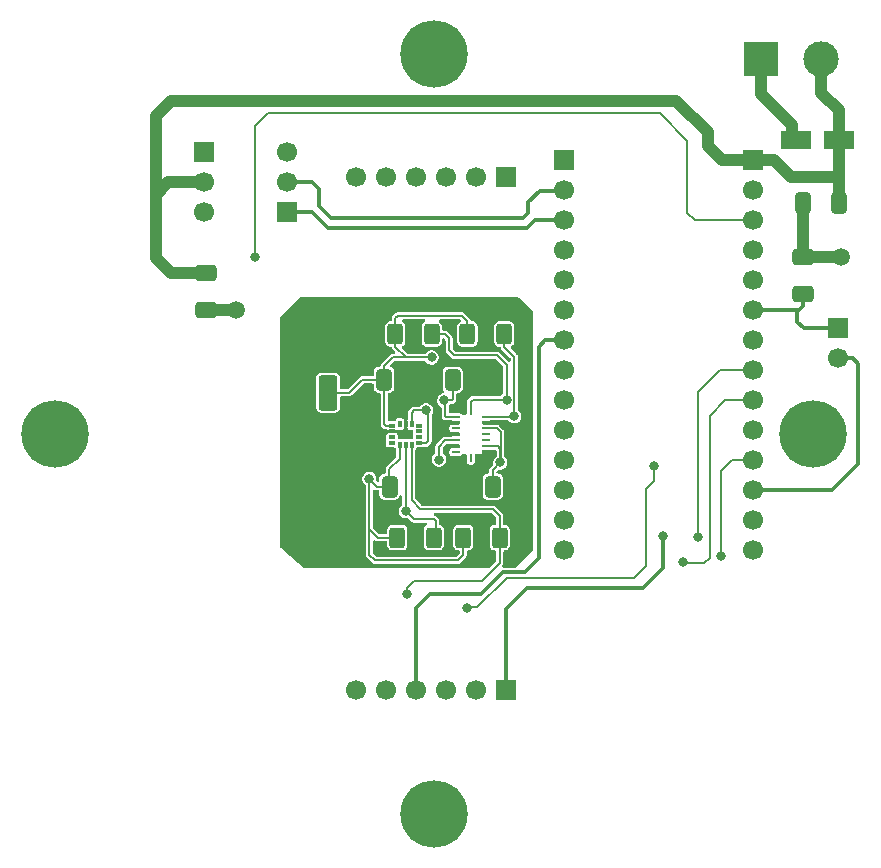
<source format=gbr>
%TF.GenerationSoftware,KiCad,Pcbnew,9.0.6*%
%TF.CreationDate,2026-01-19T06:48:40-03:00*%
%TF.ProjectId,control_dron_v5,636f6e74-726f-46c5-9f64-726f6e5f7635,rev?*%
%TF.SameCoordinates,Original*%
%TF.FileFunction,Copper,L1,Top*%
%TF.FilePolarity,Positive*%
%FSLAX46Y46*%
G04 Gerber Fmt 4.6, Leading zero omitted, Abs format (unit mm)*
G04 Created by KiCad (PCBNEW 9.0.6) date 2026-01-19 06:48:40*
%MOMM*%
%LPD*%
G01*
G04 APERTURE LIST*
G04 Aperture macros list*
%AMRoundRect*
0 Rectangle with rounded corners*
0 $1 Rounding radius*
0 $2 $3 $4 $5 $6 $7 $8 $9 X,Y pos of 4 corners*
0 Add a 4 corners polygon primitive as box body*
4,1,4,$2,$3,$4,$5,$6,$7,$8,$9,$2,$3,0*
0 Add four circle primitives for the rounded corners*
1,1,$1+$1,$2,$3*
1,1,$1+$1,$4,$5*
1,1,$1+$1,$6,$7*
1,1,$1+$1,$8,$9*
0 Add four rect primitives between the rounded corners*
20,1,$1+$1,$2,$3,$4,$5,0*
20,1,$1+$1,$4,$5,$6,$7,0*
20,1,$1+$1,$6,$7,$8,$9,0*
20,1,$1+$1,$8,$9,$2,$3,0*%
G04 Aperture macros list end*
%TA.AperFunction,SMDPad,CuDef*%
%ADD10RoundRect,0.250000X0.650000X-0.412500X0.650000X0.412500X-0.650000X0.412500X-0.650000X-0.412500X0*%
%TD*%
%TA.AperFunction,SMDPad,CuDef*%
%ADD11R,0.600000X0.300000*%
%TD*%
%TA.AperFunction,SMDPad,CuDef*%
%ADD12R,0.300000X0.600000*%
%TD*%
%TA.AperFunction,ComponentPad*%
%ADD13R,3.000000X3.000000*%
%TD*%
%TA.AperFunction,ComponentPad*%
%ADD14C,3.000000*%
%TD*%
%TA.AperFunction,SMDPad,CuDef*%
%ADD15RoundRect,0.250000X0.412500X0.650000X-0.412500X0.650000X-0.412500X-0.650000X0.412500X-0.650000X0*%
%TD*%
%TA.AperFunction,SMDPad,CuDef*%
%ADD16RoundRect,0.062500X0.275000X-0.062500X0.275000X0.062500X-0.275000X0.062500X-0.275000X-0.062500X0*%
%TD*%
%TA.AperFunction,SMDPad,CuDef*%
%ADD17RoundRect,0.062500X0.062500X-0.275000X0.062500X0.275000X-0.062500X0.275000X-0.062500X-0.275000X0*%
%TD*%
%TA.AperFunction,ComponentPad*%
%ADD18R,1.700000X1.700000*%
%TD*%
%TA.AperFunction,ComponentPad*%
%ADD19C,1.700000*%
%TD*%
%TA.AperFunction,SMDPad,CuDef*%
%ADD20RoundRect,0.250000X-0.400000X-0.625000X0.400000X-0.625000X0.400000X0.625000X-0.400000X0.625000X0*%
%TD*%
%TA.AperFunction,SMDPad,CuDef*%
%ADD21RoundRect,0.250000X-0.550000X1.250000X-0.550000X-1.250000X0.550000X-1.250000X0.550000X1.250000X0*%
%TD*%
%TA.AperFunction,ComponentPad*%
%ADD22C,5.700000*%
%TD*%
%TA.AperFunction,SMDPad,CuDef*%
%ADD23RoundRect,0.250000X-0.650000X0.412500X-0.650000X-0.412500X0.650000X-0.412500X0.650000X0.412500X0*%
%TD*%
%TA.AperFunction,SMDPad,CuDef*%
%ADD24RoundRect,0.250000X-0.412500X-0.650000X0.412500X-0.650000X0.412500X0.650000X-0.412500X0.650000X0*%
%TD*%
%TA.AperFunction,SMDPad,CuDef*%
%ADD25RoundRect,0.250000X1.050000X0.550000X-1.050000X0.550000X-1.050000X-0.550000X1.050000X-0.550000X0*%
%TD*%
%TA.AperFunction,ViaPad*%
%ADD26C,1.500000*%
%TD*%
%TA.AperFunction,ViaPad*%
%ADD27C,0.800000*%
%TD*%
%TA.AperFunction,Conductor*%
%ADD28C,0.200000*%
%TD*%
%TA.AperFunction,Conductor*%
%ADD29C,1.000000*%
%TD*%
%TA.AperFunction,Conductor*%
%ADD30C,0.300000*%
%TD*%
G04 APERTURE END LIST*
D10*
%TO.P,C1,1*%
%TO.N,I_SIG*%
X171380000Y-63892500D03*
%TO.P,C1,2*%
%TO.N,GND*%
X171380000Y-60767500D03*
%TD*%
D11*
%TO.P,AC1,1,AP_SDO_/_AP_AD0*%
%TO.N,+3.3V*%
X138877295Y-76562521D03*
%TO.P,AC1,2,RESV_1*%
%TO.N,unconnected-(AC1-RESV_1-Pad2)*%
X138877295Y-76062521D03*
%TO.P,AC1,3,RESV_2*%
%TO.N,unconnected-(AC1-RESV_2-Pad3)*%
X138877295Y-75562521D03*
%TO.P,AC1,4,INT1_/_INT*%
%TO.N,unconnected-(AC1-INT1_{slash}_INT-Pad4)*%
X138877295Y-75062521D03*
D12*
%TO.P,AC1,5,VDDIO*%
%TO.N,+3.3V*%
X138227295Y-74912521D03*
%TO.P,AC1,6,GND*%
%TO.N,GND*%
X137727295Y-74912521D03*
%TO.P,AC1,7,RESV_3*%
%TO.N,unconnected-(AC1-RESV_3-Pad7)*%
X137227295Y-74912521D03*
D11*
%TO.P,AC1,8,VDD*%
%TO.N,+3.3V*%
X136577295Y-75062521D03*
%TO.P,AC1,9,INT2_/_FSYNC*%
%TO.N,GND*%
X136577295Y-75562521D03*
%TO.P,AC1,10,RESV_4*%
%TO.N,unconnected-(AC1-RESV_4-Pad10)*%
X136577295Y-76062521D03*
%TO.P,AC1,11,RESV_5*%
%TO.N,unconnected-(AC1-RESV_5-Pad11)*%
X136577295Y-76562521D03*
D12*
%TO.P,AC1,12,AP_CS*%
%TO.N,+3.3V*%
X137227295Y-76712521D03*
%TO.P,AC1,13,AP_SCL_/_AP_SCLK*%
%TO.N,SCL_IMU2*%
X137727295Y-76712521D03*
%TO.P,AC1,14,AP_SDA_/_AP_SDIO_/_AP_SDI*%
%TO.N,SDA_IMU2*%
X138227295Y-76712521D03*
%TD*%
D13*
%TO.P,J6,1,Pin_1*%
%TO.N,GND*%
X167840000Y-44000000D03*
D14*
%TO.P,J6,2,Pin_2*%
%TO.N,+5V*%
X172920000Y-44000000D03*
%TD*%
D15*
%TO.P,C7,1*%
%TO.N,+3.3V*%
X145106056Y-80230000D03*
%TO.P,C7,2*%
%TO.N,GND*%
X141981056Y-80230000D03*
%TD*%
D16*
%TO.P,U2,1,INT2*%
%TO.N,unconnected-(U2-INT2-Pad1)*%
X141968556Y-77312521D03*
%TO.P,U2,2,GNDA*%
%TO.N,GND*%
X141968556Y-76812521D03*
%TO.P,U2,3,VDD*%
%TO.N,+3.3V*%
X141968556Y-76312521D03*
%TO.P,U2,4,GNDA*%
%TO.N,GND*%
X141968556Y-75812521D03*
%TO.P,U2,5,~{CSB2}*%
%TO.N,unconnected-(U2-~{CSB2}-Pad5)*%
X141968556Y-75312521D03*
%TO.P,U2,6,GNDIO*%
%TO.N,GND*%
X141968556Y-74812521D03*
%TO.P,U2,7,PS*%
%TO.N,+3.3V*%
X141968556Y-74312521D03*
D17*
%TO.P,U2,8,SCK/SCL*%
%TO.N,SCL_IMU1*%
X143231056Y-73800021D03*
D16*
%TO.P,U2,9,SDI/SDA*%
%TO.N,SDA_IMU1*%
X144493556Y-74312521D03*
%TO.P,U2,10,SDO2*%
%TO.N,GND*%
X144493556Y-74812521D03*
%TO.P,U2,11,VDDIO*%
%TO.N,+3.3V*%
X144493556Y-75312521D03*
%TO.P,U2,12,INT3*%
%TO.N,unconnected-(U2-INT3-Pad12)*%
X144493556Y-75812521D03*
%TO.P,U2,13,INT4*%
%TO.N,unconnected-(U2-INT4-Pad13)*%
X144493556Y-76312521D03*
%TO.P,U2,14,~{CSB1}*%
%TO.N,+3.3V*%
X144493556Y-76812521D03*
%TO.P,U2,15,SDO1*%
%TO.N,GND*%
X144493556Y-77312521D03*
D17*
%TO.P,U2,16,INT1*%
%TO.N,unconnected-(U2-INT1-Pad16)*%
X143231056Y-77825021D03*
%TD*%
D18*
%TO.P,J2,1,Pin_1*%
%TO.N,+5V*%
X167165256Y-52615340D03*
D19*
%TO.P,J2,2,Pin_2*%
%TO.N,GND*%
X167165256Y-55155340D03*
%TO.P,J2,3,Pin_3*%
%TO.N,+3.3V*%
X167165256Y-57695340D03*
%TO.P,J2,4,Pin_4*%
%TO.N,unconnected-(J2-Pin_4-Pad4)*%
X167165256Y-60235340D03*
%TO.P,J2,5,Pin_5*%
%TO.N,unconnected-(J2-Pin_5-Pad5)*%
X167165256Y-62775340D03*
%TO.P,J2,6,Pin_6*%
%TO.N,I_SIG*%
X167165256Y-65315340D03*
%TO.P,J2,7,Pin_7*%
%TO.N,unconnected-(J2-Pin_7-Pad7)*%
X167165256Y-67855340D03*
%TO.P,J2,8,Pin_8*%
%TO.N,SCL_IMU1*%
X167165256Y-70395340D03*
%TO.P,J2,9,Pin_9*%
%TO.N,SDA_IMU1*%
X167165256Y-72935340D03*
%TO.P,J2,10,Pin_10*%
%TO.N,SDA_IMU2*%
X167165256Y-75475340D03*
%TO.P,J2,11,Pin_11*%
%TO.N,SCL_IMU2*%
X167165256Y-78015340D03*
%TO.P,J2,12,Pin_12*%
%TO.N,VBATT_SIG*%
X167165256Y-80555340D03*
%TO.P,J2,13,Pin_13*%
%TO.N,SIG_RF*%
X167165256Y-83095340D03*
%TO.P,J2,14,Pin_14*%
%TO.N,unconnected-(J2-Pin_14-Pad14)*%
X167165256Y-85635340D03*
%TD*%
D15*
%TO.P,C13,1*%
%TO.N,GND*%
X139482500Y-80230000D03*
%TO.P,C13,2*%
%TO.N,+3.3V*%
X136357500Y-80230000D03*
%TD*%
D18*
%TO.P,J3,1,Pin_1*%
%TO.N,PWM_M2*%
X146235000Y-53990000D03*
D19*
%TO.P,J3,2,Pin_2*%
%TO.N,unconnected-(J3-Pin_2-Pad2)*%
X143695000Y-53990000D03*
%TO.P,J3,3,Pin_3*%
%TO.N,GND*%
X141155000Y-53990000D03*
%TO.P,J3,4,Pin_4*%
%TO.N,PWM_M1*%
X138615000Y-53990000D03*
%TO.P,J3,5,Pin_5*%
%TO.N,unconnected-(J3-Pin_5-Pad5)*%
X136075000Y-53990000D03*
%TO.P,J3,6,Pin_6*%
%TO.N,GND*%
X133535000Y-53990000D03*
%TD*%
D20*
%TO.P,R2,1*%
%TO.N,+3.3V*%
X142960000Y-67300000D03*
%TO.P,R2,2*%
%TO.N,SDA_IMU1*%
X146060000Y-67300000D03*
%TD*%
D21*
%TO.P,C14,1*%
%TO.N,+3.3V*%
X131160000Y-72280000D03*
%TO.P,C14,2*%
%TO.N,GND*%
X131160000Y-76680000D03*
%TD*%
D22*
%TO.P,H1,1*%
%TO.N,N/C*%
X140125000Y-107925000D03*
%TD*%
D20*
%TO.P,R1,1*%
%TO.N,+3.3V*%
X136850000Y-67300000D03*
%TO.P,R1,2*%
%TO.N,SCL_IMU1*%
X139950000Y-67300000D03*
%TD*%
D22*
%TO.P,H3,1*%
%TO.N,N/C*%
X108006589Y-75775000D03*
%TD*%
D23*
%TO.P,C3,1*%
%TO.N,+5V*%
X120825000Y-62162500D03*
%TO.P,C3,2*%
%TO.N,GND*%
X120825000Y-65287500D03*
%TD*%
D18*
%TO.P,J4,1,Pin_1*%
%TO.N,PWM_M3*%
X146185000Y-97415000D03*
D19*
%TO.P,J4,2,Pin_2*%
%TO.N,unconnected-(J4-Pin_2-Pad2)*%
X143645000Y-97415000D03*
%TO.P,J4,3,Pin_3*%
%TO.N,GND*%
X141105000Y-97415000D03*
%TO.P,J4,4,Pin_4*%
%TO.N,PWM_M4*%
X138565000Y-97415000D03*
%TO.P,J4,5,Pin_5*%
%TO.N,unconnected-(J4-Pin_5-Pad5)*%
X136025000Y-97415000D03*
%TO.P,J4,6,Pin_6*%
%TO.N,GND*%
X133485000Y-97415000D03*
%TD*%
D15*
%TO.P,C2,1*%
%TO.N,+5V*%
X174452500Y-56191879D03*
%TO.P,C2,2*%
%TO.N,GND*%
X171327500Y-56191879D03*
%TD*%
D20*
%TO.P,R9,1*%
%TO.N,+3.3V*%
X142590000Y-84550000D03*
%TO.P,R9,2*%
%TO.N,SDA_IMU2*%
X145690000Y-84550000D03*
%TD*%
D22*
%TO.P,H4,1*%
%TO.N,N/C*%
X140125000Y-43625000D03*
%TD*%
D20*
%TO.P,R10,1*%
%TO.N,+3.3V*%
X137020000Y-84550000D03*
%TO.P,R10,2*%
%TO.N,SCL_IMU2*%
X140120000Y-84550000D03*
%TD*%
D22*
%TO.P,H2,1*%
%TO.N,N/C*%
X172243410Y-75775000D03*
%TD*%
D24*
%TO.P,C11,1*%
%TO.N,+3.3V*%
X141711056Y-71192521D03*
%TO.P,C11,2*%
%TO.N,GND*%
X144836056Y-71192521D03*
%TD*%
D18*
%TO.P,J16,1,Pin_1*%
%TO.N,SIG_RF*%
X120625000Y-51945000D03*
D19*
%TO.P,J16,2,Pin_2*%
%TO.N,+5V*%
X120625000Y-54485000D03*
%TO.P,J16,3,Pin_3*%
%TO.N,GND*%
X120625000Y-57025000D03*
%TD*%
D18*
%TO.P,J7,1,Pin_1*%
%TO.N,I_SIG*%
X174300000Y-66830000D03*
D19*
%TO.P,J7,2,Pin_2*%
%TO.N,VBATT_SIG*%
X174300000Y-69370000D03*
%TD*%
D18*
%TO.P,J5,1,Pin_1*%
%TO.N,RX_UART*%
X127650000Y-56995000D03*
D19*
%TO.P,J5,2,Pin_2*%
%TO.N,TX_UART*%
X127650000Y-54455000D03*
%TO.P,J5,3,Pin_3*%
%TO.N,GND*%
X127650000Y-51915000D03*
%TD*%
D25*
%TO.P,C5,1*%
%TO.N,+5V*%
X174376006Y-50901879D03*
%TO.P,C5,2*%
%TO.N,GND*%
X170776006Y-50901879D03*
%TD*%
D18*
%TO.P,J1,1,Pin_1*%
%TO.N,GND*%
X151165256Y-52615340D03*
D19*
%TO.P,J1,2,Pin_2*%
%TO.N,TX_UART*%
X151165256Y-55155340D03*
%TO.P,J1,3,Pin_3*%
%TO.N,RX_UART*%
X151165256Y-57695340D03*
%TO.P,J1,4,Pin_4*%
%TO.N,PWM_M1*%
X151165256Y-60235340D03*
%TO.P,J1,5,Pin_5*%
%TO.N,PWM_M2*%
X151165256Y-62775340D03*
%TO.P,J1,6,Pin_6*%
%TO.N,PWM_M3*%
X151165256Y-65315340D03*
%TO.P,J1,7,Pin_7*%
%TO.N,PWM_M4*%
X151165256Y-67855340D03*
%TO.P,J1,8,Pin_8*%
%TO.N,unconnected-(J1-Pin_8-Pad8)*%
X151165256Y-70395340D03*
%TO.P,J1,9,Pin_9*%
%TO.N,unconnected-(J1-Pin_9-Pad9)*%
X151165256Y-72935340D03*
%TO.P,J1,10,Pin_10*%
%TO.N,unconnected-(J1-Pin_10-Pad10)*%
X151165256Y-75475340D03*
%TO.P,J1,11,Pin_11*%
%TO.N,unconnected-(J1-Pin_11-Pad11)*%
X151165256Y-78015340D03*
%TO.P,J1,12,Pin_12*%
%TO.N,unconnected-(J1-Pin_12-Pad12)*%
X151165256Y-80555340D03*
%TO.P,J1,13,Pin_13*%
%TO.N,unconnected-(J1-Pin_13-Pad13)*%
X151165256Y-83095340D03*
%TO.P,J1,14,Pin_14*%
%TO.N,unconnected-(J1-Pin_14-Pad14)*%
X151165256Y-85635340D03*
%TD*%
D24*
%TO.P,C12,1*%
%TO.N,+3.3V*%
X135897500Y-71192521D03*
%TO.P,C12,2*%
%TO.N,GND*%
X139022500Y-71192521D03*
%TD*%
D26*
%TO.N,GND*%
X174557500Y-60777500D03*
X132850000Y-68470000D03*
X123340000Y-65240000D03*
D27*
%TO.N,+3.3V*%
X134640000Y-79590000D03*
X124980000Y-60790000D03*
X139450000Y-73780000D03*
X140550000Y-77960000D03*
X140985518Y-72934482D03*
X139920000Y-69300000D03*
X145743556Y-78192521D03*
%TO.N,PWM_M3*%
X159520000Y-84430000D03*
%TO.N,SCL_IMU1*%
X146270000Y-72880000D03*
X162480000Y-84540000D03*
%TO.N,SDA_IMU1*%
X161190000Y-86620000D03*
X146920000Y-74280000D03*
%TO.N,SDA_IMU2*%
X137820000Y-89300000D03*
X158760000Y-78520000D03*
X142890000Y-90470000D03*
%TO.N,SCL_IMU2*%
X137750000Y-82310000D03*
X164440000Y-86120000D03*
%TD*%
D28*
%TO.N,+3.3V*%
X136340000Y-78750000D02*
X136340000Y-80212500D01*
X137227295Y-77862705D02*
X136340000Y-78750000D01*
X137227295Y-76712521D02*
X137227295Y-77862705D01*
X132920000Y-72280000D02*
X131160000Y-72280000D01*
X134007479Y-71192521D02*
X132920000Y-72280000D01*
X135897500Y-71192521D02*
X134007479Y-71192521D01*
D29*
%TO.N,+5V*%
X168935340Y-52615340D02*
X167165256Y-52615340D01*
X170320000Y-54000000D02*
X168935340Y-52615340D01*
X174376006Y-54000000D02*
X170320000Y-54000000D01*
X117850000Y-47550000D02*
X116550000Y-48850000D01*
X116550000Y-48850000D02*
X116550000Y-55575000D01*
X163310000Y-50210000D02*
X160650000Y-47550000D01*
X163310000Y-51380000D02*
X163310000Y-50210000D01*
X160650000Y-47550000D02*
X117850000Y-47550000D01*
X167165256Y-52615340D02*
X164545340Y-52615340D01*
X164545340Y-52615340D02*
X163310000Y-51380000D01*
%TO.N,GND*%
X123292500Y-65287500D02*
X123340000Y-65240000D01*
X171327500Y-56191879D02*
X171327500Y-60725000D01*
X174557500Y-60777500D02*
X171380000Y-60777500D01*
X167840000Y-47000000D02*
X167840000Y-44000000D01*
X120825000Y-65287500D02*
X123292500Y-65287500D01*
X170440000Y-49600000D02*
X167840000Y-47000000D01*
X170440000Y-51150000D02*
X170440000Y-49600000D01*
D28*
%TO.N,+3.3V*%
X140985518Y-73194483D02*
X141073556Y-73282521D01*
X145743556Y-78192521D02*
X145743556Y-77022521D01*
X136850000Y-67300000D02*
X136850000Y-68400000D01*
X124980000Y-60790000D02*
X124980000Y-49710000D01*
X135897500Y-71192521D02*
X135897500Y-74947500D01*
X145533556Y-76812521D02*
X144493556Y-76812521D01*
X159220000Y-48600000D02*
X161570000Y-50950000D01*
X145106056Y-78830021D02*
X145106056Y-80230000D01*
X136850000Y-68400000D02*
X137750000Y-69300000D01*
X142590000Y-84550000D02*
X142590000Y-86010000D01*
X139450000Y-73780000D02*
X139620000Y-73950000D01*
X126090000Y-48600000D02*
X159220000Y-48600000D01*
X135280000Y-80230000D02*
X134640000Y-79590000D01*
X136020000Y-75070000D02*
X136569816Y-75070000D01*
X161570000Y-50950000D02*
X161570000Y-57070000D01*
X134640000Y-83840000D02*
X134640000Y-79590000D01*
X135897500Y-70017500D02*
X135897500Y-71192521D01*
X142960000Y-67300000D02*
X142960000Y-66220000D01*
X141073556Y-73282521D02*
X141073556Y-74222521D01*
X135350000Y-84550000D02*
X134640000Y-83840000D01*
X139920000Y-69300000D02*
X136615000Y-69300000D01*
X139620000Y-76380000D02*
X139437479Y-76562521D01*
X139437479Y-76562521D02*
X138877295Y-76562521D01*
X141163556Y-74312521D02*
X141968556Y-74312521D01*
X142490000Y-65750000D02*
X137090000Y-65750000D01*
X138227295Y-73962705D02*
X138227295Y-74912521D01*
X135120000Y-86470000D02*
X134640000Y-85990000D01*
X137090000Y-65750000D02*
X136850000Y-65990000D01*
X140985518Y-72934482D02*
X141615518Y-72934482D01*
X140550000Y-76840000D02*
X141077479Y-76312521D01*
X140550000Y-77960000D02*
X140550000Y-76840000D01*
X141615518Y-72934482D02*
X141711056Y-72838944D01*
X161570000Y-57070000D02*
X162195340Y-57695340D01*
X162195340Y-57695340D02*
X167165256Y-57695340D01*
X142960000Y-66220000D02*
X142490000Y-65750000D01*
X145453556Y-75312521D02*
X144493556Y-75312521D01*
X141077479Y-76312521D02*
X141968556Y-76312521D01*
X139450000Y-73780000D02*
X138410000Y-73780000D01*
X140985518Y-72934482D02*
X140985518Y-73194483D01*
X138410000Y-73780000D02*
X138227295Y-73962705D01*
X145763556Y-78172521D02*
X145763556Y-75622521D01*
X134640000Y-85990000D02*
X134640000Y-83840000D01*
X142590000Y-86010000D02*
X142130000Y-86470000D01*
X137020000Y-84550000D02*
X135350000Y-84550000D01*
X135897500Y-74947500D02*
X136020000Y-75070000D01*
X124980000Y-49710000D02*
X126090000Y-48600000D01*
X141711056Y-72838944D02*
X141711056Y-71192521D01*
X145743556Y-77022521D02*
X145533556Y-76812521D01*
X145743556Y-78192521D02*
X145763556Y-78172521D01*
X139620000Y-73950000D02*
X139620000Y-76380000D01*
X141073556Y-74222521D02*
X141163556Y-74312521D01*
X145763556Y-75622521D02*
X145453556Y-75312521D01*
X136615000Y-69300000D02*
X135897500Y-70017500D01*
X136357500Y-80230000D02*
X135280000Y-80230000D01*
X136850000Y-65990000D02*
X136850000Y-67300000D01*
X137750000Y-69300000D02*
X139920000Y-69300000D01*
X142130000Y-86470000D02*
X135120000Y-86470000D01*
X145743556Y-78192521D02*
X145106056Y-78830021D01*
D30*
%TO.N,PWM_M3*%
X147960000Y-88820000D02*
X146185000Y-90595000D01*
X159520000Y-84430000D02*
X159520000Y-87140000D01*
X159520000Y-87140000D02*
X157840000Y-88820000D01*
X146185000Y-90595000D02*
X146185000Y-97415000D01*
X157840000Y-88820000D02*
X147960000Y-88820000D01*
%TO.N,PWM_M4*%
X148990000Y-68380000D02*
X148990000Y-86300000D01*
X149514660Y-67855340D02*
X148990000Y-68380000D01*
X151165256Y-67855340D02*
X149514660Y-67855340D01*
X145990000Y-87450000D02*
X144140000Y-89300000D01*
X147840000Y-87450000D02*
X145990000Y-87450000D01*
X148990000Y-86300000D02*
X147840000Y-87450000D01*
X144140000Y-89300000D02*
X139820000Y-89300000D01*
X139820000Y-89300000D02*
X138610000Y-90510000D01*
X138610000Y-90510000D02*
X138610000Y-97370000D01*
%TO.N,I_SIG*%
X170870000Y-66290000D02*
X170870000Y-65315340D01*
X171380000Y-64940000D02*
X171004660Y-65315340D01*
X174300000Y-66830000D02*
X171410000Y-66830000D01*
X171004660Y-65315340D02*
X170870000Y-65315340D01*
X170870000Y-65315340D02*
X167165256Y-65315340D01*
X171410000Y-66830000D02*
X170870000Y-66290000D01*
X171380000Y-63902500D02*
X171380000Y-64940000D01*
%TO.N,VBATT_SIG*%
X176060000Y-78307500D02*
X173812160Y-80555340D01*
X176060000Y-69830000D02*
X176060000Y-78307500D01*
X174300000Y-69370000D02*
X175600000Y-69370000D01*
X173812160Y-80555340D02*
X167165256Y-80555340D01*
X175600000Y-69370000D02*
X176060000Y-69830000D01*
%TO.N,TX_UART*%
X148120000Y-57090000D02*
X147680000Y-57530000D01*
X131400000Y-57530000D02*
X130360000Y-56490000D01*
X151140596Y-55180000D02*
X149080000Y-55180000D01*
X129785000Y-54455000D02*
X127650000Y-54455000D01*
X147680000Y-57530000D02*
X131400000Y-57530000D01*
X130360000Y-56490000D02*
X130360000Y-55030000D01*
X149080000Y-55180000D02*
X148120000Y-56140000D01*
X148120000Y-56140000D02*
X148120000Y-57090000D01*
X130360000Y-55030000D02*
X129785000Y-54455000D01*
%TO.N,RX_UART*%
X131160000Y-58360000D02*
X129795000Y-56995000D01*
X148640000Y-57680000D02*
X147960000Y-58360000D01*
X147960000Y-58360000D02*
X131160000Y-58360000D01*
X151149916Y-57680000D02*
X148640000Y-57680000D01*
X129795000Y-56995000D02*
X127650000Y-56995000D01*
D29*
%TO.N,+5V*%
X174376006Y-50901879D02*
X174376006Y-54000000D01*
X174376006Y-54000000D02*
X174376006Y-56034379D01*
X174376006Y-50813994D02*
X174376006Y-48366006D01*
X116550000Y-60850000D02*
X116550000Y-55575000D01*
X117640000Y-54485000D02*
X120625000Y-54485000D01*
X116550000Y-55575000D02*
X117640000Y-54485000D01*
X172920000Y-46910000D02*
X172920000Y-44000000D01*
X174376006Y-48366006D02*
X172920000Y-46910000D01*
X117862500Y-62162500D02*
X116550000Y-60850000D01*
X120825000Y-62162500D02*
X117862500Y-62162500D01*
D28*
%TO.N,SCL_IMU1*%
X162480000Y-72220000D02*
X164304660Y-70395340D01*
X146270000Y-72880000D02*
X143396077Y-72880000D01*
X143396077Y-72880000D02*
X143231056Y-73045021D01*
X164304660Y-70395340D02*
X167165256Y-70395340D01*
X145470000Y-69120000D02*
X146270000Y-69920000D01*
X139620000Y-67330000D02*
X141040000Y-67330000D01*
X146270000Y-69920000D02*
X146270000Y-72880000D01*
X141850000Y-69120000D02*
X145470000Y-69120000D01*
X141400000Y-68670000D02*
X141850000Y-69120000D01*
X162480000Y-84540000D02*
X162480000Y-72220000D01*
X141040000Y-67330000D02*
X141400000Y-67690000D01*
X143231056Y-73045021D02*
X143231056Y-73800021D01*
X141400000Y-67690000D02*
X141400000Y-68670000D01*
%TO.N,SDA_IMU1*%
X146920000Y-74280000D02*
X146890000Y-74310000D01*
X146921000Y-74279000D02*
X146921000Y-69241000D01*
X146920000Y-74280000D02*
X146921000Y-74279000D01*
X161380000Y-86710000D02*
X163020000Y-86710000D01*
X145695042Y-74310000D02*
X145692521Y-74312521D01*
X163470000Y-86260000D02*
X163470000Y-74230000D01*
X161190000Y-86620000D02*
X161290000Y-86620000D01*
X163020000Y-86710000D02*
X163470000Y-86260000D01*
X161290000Y-86620000D02*
X161380000Y-86710000D01*
X163470000Y-74230000D02*
X164764660Y-72935340D01*
X146060000Y-68380000D02*
X146060000Y-67300000D01*
X146890000Y-74310000D02*
X145695042Y-74310000D01*
X164764660Y-72935340D02*
X167165256Y-72935340D01*
X145692521Y-74312521D02*
X144493556Y-74312521D01*
X146921000Y-69241000D02*
X146060000Y-68380000D01*
%TO.N,SDA_IMU2*%
X157050000Y-87940000D02*
X158060000Y-86930000D01*
X158760000Y-79770000D02*
X158760000Y-78520000D01*
X158060000Y-80470000D02*
X158760000Y-79770000D01*
X158060000Y-86930000D02*
X158060000Y-80470000D01*
X137820000Y-89300000D02*
X137820000Y-88800000D01*
X142930000Y-90430000D02*
X143800000Y-90430000D01*
X142890000Y-90470000D02*
X142930000Y-90430000D01*
X144190000Y-88190000D02*
X145690000Y-86690000D01*
X138430000Y-88190000D02*
X144190000Y-88190000D01*
X137820000Y-88800000D02*
X138430000Y-88190000D01*
X145690000Y-86690000D02*
X145690000Y-84550000D01*
X146290000Y-87940000D02*
X157050000Y-87940000D01*
X143800000Y-90430000D02*
X146290000Y-87940000D01*
%TO.N,SCL_IMU2*%
X137750000Y-82310000D02*
X138430000Y-82990000D01*
X137740000Y-81880000D02*
X137740000Y-76725226D01*
X137750000Y-81890000D02*
X137740000Y-81880000D01*
X165344660Y-78015340D02*
X167165256Y-78015340D01*
X140280000Y-83160000D02*
X140280000Y-84390000D01*
X164440000Y-86120000D02*
X164420000Y-86100000D01*
X164420000Y-78940000D02*
X165344660Y-78015340D01*
X138430000Y-82990000D02*
X140110000Y-82990000D01*
X137750000Y-82310000D02*
X137750000Y-81890000D01*
X140110000Y-82990000D02*
X140280000Y-83160000D01*
X164420000Y-86100000D02*
X164420000Y-78940000D01*
%TO.N,SDA_IMU2*%
X138977295Y-82157295D02*
X138227295Y-81407295D01*
X145117295Y-82157295D02*
X138977295Y-82157295D01*
X138227295Y-81407295D02*
X138227295Y-76712521D01*
X145690000Y-82730000D02*
X145117295Y-82157295D01*
X145690000Y-84550000D02*
X145690000Y-82730000D01*
%TD*%
%TA.AperFunction,Conductor*%
%TO.N,GND*%
G36*
X147344807Y-64240206D02*
G01*
X147365449Y-64256840D01*
X148473237Y-65364628D01*
X148506722Y-65425951D01*
X148509556Y-65452309D01*
X148509556Y-85570427D01*
X148489871Y-85637466D01*
X148473234Y-85658111D01*
X147068069Y-87063184D01*
X147006745Y-87096667D01*
X146980391Y-87099500D01*
X146004833Y-87099500D01*
X145937794Y-87079815D01*
X145892039Y-87027011D01*
X145882095Y-86957853D01*
X145911120Y-86894297D01*
X145917152Y-86887819D01*
X145930460Y-86874511D01*
X145970021Y-86805989D01*
X145990500Y-86729562D01*
X145990500Y-85749500D01*
X146010185Y-85682461D01*
X146062989Y-85636706D01*
X146114500Y-85625500D01*
X146144270Y-85625500D01*
X146174699Y-85622646D01*
X146174701Y-85622646D01*
X146238790Y-85600219D01*
X146302882Y-85577793D01*
X146412150Y-85497150D01*
X146492793Y-85387882D01*
X146515219Y-85323790D01*
X146537646Y-85259701D01*
X146537646Y-85259699D01*
X146540500Y-85229269D01*
X146540500Y-83870730D01*
X146537646Y-83840300D01*
X146537646Y-83840298D01*
X146504006Y-83744163D01*
X146492793Y-83712118D01*
X146412150Y-83602850D01*
X146302882Y-83522207D01*
X146302880Y-83522206D01*
X146174700Y-83477353D01*
X146144270Y-83474500D01*
X146144266Y-83474500D01*
X146114500Y-83474500D01*
X146047461Y-83454815D01*
X146001706Y-83402011D01*
X145990500Y-83350500D01*
X145990500Y-82690439D01*
X145990500Y-82690438D01*
X145970021Y-82614011D01*
X145963293Y-82602357D01*
X145930464Y-82545495D01*
X145930458Y-82545487D01*
X145301807Y-81916836D01*
X145301802Y-81916832D01*
X145273187Y-81900312D01*
X145255674Y-81890201D01*
X145255672Y-81890199D01*
X145255672Y-81890200D01*
X145255670Y-81890199D01*
X145250940Y-81887468D01*
X145233285Y-81877274D01*
X145233286Y-81877274D01*
X145195070Y-81867034D01*
X145156857Y-81856795D01*
X145156855Y-81856795D01*
X139153128Y-81856795D01*
X139086089Y-81837110D01*
X139065447Y-81820476D01*
X138564114Y-81319143D01*
X138530629Y-81257820D01*
X138527795Y-81231462D01*
X138527795Y-77185787D01*
X138534256Y-77146282D01*
X138539517Y-77130627D01*
X138566162Y-77090752D01*
X138577795Y-77032269D01*
X138577795Y-77016739D01*
X138584256Y-76997516D01*
X138593120Y-76984828D01*
X138597480Y-76969982D01*
X138612719Y-76956776D01*
X138624273Y-76940241D01*
X138638589Y-76934359D01*
X138650284Y-76924227D01*
X138677864Y-76918227D01*
X138688902Y-76913693D01*
X138694220Y-76914668D01*
X138701795Y-76913021D01*
X139197045Y-76913021D01*
X139197046Y-76913020D01*
X139216713Y-76909108D01*
X139255523Y-76901389D01*
X139255523Y-76901388D01*
X139255526Y-76901388D01*
X139281670Y-76883918D01*
X139348347Y-76863041D01*
X139350561Y-76863021D01*
X139477039Y-76863021D01*
X139477041Y-76863021D01*
X139553468Y-76842542D01*
X139621990Y-76802981D01*
X139677939Y-76747032D01*
X139860460Y-76564511D01*
X139900022Y-76495988D01*
X139920500Y-76419562D01*
X139920500Y-76340438D01*
X139920500Y-74199297D01*
X139937113Y-74137298D01*
X139988547Y-74048209D01*
X140009577Y-74011784D01*
X140050500Y-73859057D01*
X140050500Y-73700943D01*
X140009577Y-73548216D01*
X140004568Y-73539540D01*
X139930524Y-73411290D01*
X139930518Y-73411282D01*
X139818717Y-73299481D01*
X139818709Y-73299475D01*
X139681790Y-73220426D01*
X139681786Y-73220424D01*
X139681784Y-73220423D01*
X139529057Y-73179500D01*
X139370943Y-73179500D01*
X139218216Y-73220423D01*
X139218209Y-73220426D01*
X139081290Y-73299475D01*
X139081282Y-73299481D01*
X138969479Y-73411284D01*
X138965892Y-73417499D01*
X138915325Y-73465715D01*
X138858504Y-73479500D01*
X138370438Y-73479500D01*
X138332224Y-73489739D01*
X138294009Y-73499979D01*
X138256908Y-73521400D01*
X138233384Y-73534982D01*
X138228240Y-73537951D01*
X138225485Y-73539542D01*
X138225484Y-73539543D01*
X138042784Y-73722245D01*
X137986836Y-73778192D01*
X137986830Y-73778200D01*
X137947277Y-73846709D01*
X137947274Y-73846714D01*
X137943967Y-73859056D01*
X137929974Y-73911281D01*
X137926795Y-73923144D01*
X137926795Y-74439255D01*
X137907110Y-74506294D01*
X137905898Y-74508145D01*
X137888427Y-74534291D01*
X137888426Y-74534294D01*
X137876795Y-74592768D01*
X137876795Y-75232273D01*
X137888426Y-75290750D01*
X137888427Y-75290751D01*
X137932742Y-75357073D01*
X137999064Y-75401388D01*
X137999065Y-75401389D01*
X138057542Y-75413020D01*
X138057545Y-75413021D01*
X138057547Y-75413021D01*
X138252795Y-75413021D01*
X138319834Y-75432706D01*
X138365589Y-75485510D01*
X138376795Y-75537021D01*
X138376795Y-75732269D01*
X138379724Y-75746992D01*
X138387946Y-75788331D01*
X138387946Y-75836711D01*
X138376795Y-75892773D01*
X138376795Y-76088021D01*
X138357110Y-76155060D01*
X138304306Y-76200815D01*
X138252795Y-76212021D01*
X138057547Y-76212021D01*
X138001485Y-76223172D01*
X137953105Y-76223172D01*
X137897043Y-76212021D01*
X137557547Y-76212021D01*
X137501485Y-76223172D01*
X137453105Y-76223172D01*
X137397043Y-76212021D01*
X137201795Y-76212021D01*
X137134756Y-76192336D01*
X137089001Y-76139532D01*
X137077795Y-76088021D01*
X137077795Y-75892770D01*
X137077794Y-75892768D01*
X137066163Y-75834291D01*
X137066162Y-75834290D01*
X137021847Y-75767968D01*
X136955525Y-75723653D01*
X136955524Y-75723652D01*
X136897047Y-75712021D01*
X136897043Y-75712021D01*
X136257547Y-75712021D01*
X136257542Y-75712021D01*
X136199065Y-75723652D01*
X136199064Y-75723653D01*
X136132742Y-75767968D01*
X136088427Y-75834290D01*
X136088426Y-75834291D01*
X136076795Y-75892768D01*
X136076795Y-76232268D01*
X136087946Y-76288331D01*
X136087946Y-76336711D01*
X136076795Y-76392773D01*
X136076795Y-76732273D01*
X136088426Y-76790750D01*
X136088427Y-76790751D01*
X136132742Y-76857073D01*
X136199064Y-76901388D01*
X136199065Y-76901389D01*
X136257542Y-76913020D01*
X136257545Y-76913021D01*
X136257547Y-76913021D01*
X136752795Y-76913021D01*
X136819834Y-76932706D01*
X136865589Y-76985510D01*
X136870334Y-76997516D01*
X136876795Y-77016739D01*
X136876795Y-77032269D01*
X136888428Y-77090752D01*
X136915072Y-77130627D01*
X136920334Y-77146282D01*
X136921071Y-77165357D01*
X136926775Y-77183573D01*
X136926795Y-77185787D01*
X136926795Y-77686872D01*
X136907110Y-77753911D01*
X136890476Y-77774553D01*
X136099541Y-78565487D01*
X136099535Y-78565495D01*
X136059982Y-78634004D01*
X136059979Y-78634009D01*
X136039500Y-78710439D01*
X136039500Y-79005500D01*
X136019815Y-79072539D01*
X135967011Y-79118294D01*
X135915500Y-79129500D01*
X135890730Y-79129500D01*
X135860300Y-79132353D01*
X135860298Y-79132353D01*
X135732119Y-79177206D01*
X135732117Y-79177207D01*
X135622850Y-79257850D01*
X135542207Y-79367117D01*
X135542206Y-79367119D01*
X135497353Y-79495298D01*
X135497353Y-79495300D01*
X135494500Y-79525730D01*
X135494500Y-79720167D01*
X135474815Y-79787206D01*
X135422011Y-79832961D01*
X135352853Y-79842905D01*
X135289297Y-79813880D01*
X135282819Y-79807848D01*
X135270735Y-79795764D01*
X135237250Y-79734441D01*
X135238642Y-79675987D01*
X135240500Y-79669057D01*
X135240500Y-79510943D01*
X135199577Y-79358216D01*
X135199573Y-79358209D01*
X135120524Y-79221290D01*
X135120518Y-79221282D01*
X135008717Y-79109481D01*
X135008709Y-79109475D01*
X134871790Y-79030426D01*
X134871786Y-79030424D01*
X134871784Y-79030423D01*
X134719057Y-78989500D01*
X134560943Y-78989500D01*
X134408216Y-79030423D01*
X134408209Y-79030426D01*
X134271290Y-79109475D01*
X134271282Y-79109481D01*
X134159481Y-79221282D01*
X134159475Y-79221290D01*
X134080426Y-79358209D01*
X134080423Y-79358216D01*
X134039500Y-79510943D01*
X134039500Y-79669056D01*
X134080423Y-79821783D01*
X134080426Y-79821790D01*
X134159475Y-79958709D01*
X134159481Y-79958717D01*
X134271284Y-80070520D01*
X134277499Y-80074108D01*
X134325715Y-80124675D01*
X134339500Y-80181496D01*
X134339500Y-83800438D01*
X134339500Y-86029562D01*
X134359979Y-86105989D01*
X134371526Y-86125989D01*
X134399540Y-86174511D01*
X134935489Y-86710460D01*
X134994829Y-86744720D01*
X135004008Y-86750020D01*
X135004012Y-86750022D01*
X135080438Y-86770500D01*
X135080440Y-86770500D01*
X142169560Y-86770500D01*
X142169562Y-86770500D01*
X142245989Y-86750021D01*
X142314511Y-86710460D01*
X142370460Y-86654511D01*
X142830460Y-86194511D01*
X142831058Y-86193474D01*
X142847664Y-86164714D01*
X142847664Y-86164712D01*
X142856265Y-86149815D01*
X142870021Y-86125989D01*
X142890500Y-86049562D01*
X142890500Y-85749500D01*
X142910185Y-85682461D01*
X142962989Y-85636706D01*
X143014500Y-85625500D01*
X143044270Y-85625500D01*
X143074699Y-85622646D01*
X143074701Y-85622646D01*
X143138790Y-85600219D01*
X143202882Y-85577793D01*
X143312150Y-85497150D01*
X143392793Y-85387882D01*
X143415219Y-85323790D01*
X143437646Y-85259701D01*
X143437646Y-85259699D01*
X143440500Y-85229269D01*
X143440500Y-83870730D01*
X143437646Y-83840300D01*
X143437646Y-83840298D01*
X143404006Y-83744163D01*
X143392793Y-83712118D01*
X143312150Y-83602850D01*
X143202882Y-83522207D01*
X143202880Y-83522206D01*
X143074700Y-83477353D01*
X143044270Y-83474500D01*
X143044266Y-83474500D01*
X142135734Y-83474500D01*
X142135730Y-83474500D01*
X142105300Y-83477353D01*
X142105298Y-83477353D01*
X141977119Y-83522206D01*
X141977117Y-83522207D01*
X141867850Y-83602850D01*
X141787207Y-83712117D01*
X141787206Y-83712119D01*
X141742353Y-83840298D01*
X141742353Y-83840300D01*
X141739500Y-83870730D01*
X141739500Y-85229269D01*
X141742353Y-85259699D01*
X141742353Y-85259701D01*
X141787206Y-85387880D01*
X141787207Y-85387882D01*
X141867850Y-85497150D01*
X141977118Y-85577793D01*
X142019845Y-85592744D01*
X142105299Y-85622646D01*
X142135730Y-85625500D01*
X142135734Y-85625500D01*
X142165500Y-85625500D01*
X142174185Y-85628050D01*
X142183147Y-85626762D01*
X142207187Y-85637740D01*
X142232539Y-85645185D01*
X142238466Y-85652025D01*
X142246703Y-85655787D01*
X142260992Y-85678021D01*
X142278294Y-85697989D01*
X142280581Y-85708503D01*
X142284477Y-85714565D01*
X142289500Y-85749500D01*
X142289500Y-85834167D01*
X142269815Y-85901206D01*
X142253181Y-85921848D01*
X142041848Y-86133181D01*
X141980525Y-86166666D01*
X141954167Y-86169500D01*
X135295833Y-86169500D01*
X135228794Y-86149815D01*
X135208152Y-86133181D01*
X134976819Y-85901848D01*
X134943334Y-85840525D01*
X134940500Y-85814167D01*
X134940500Y-84864833D01*
X134960185Y-84797794D01*
X135012989Y-84752039D01*
X135082147Y-84742095D01*
X135145703Y-84771120D01*
X135152181Y-84777152D01*
X135165489Y-84790460D01*
X135234012Y-84830022D01*
X135310438Y-84850500D01*
X136045500Y-84850500D01*
X136112539Y-84870185D01*
X136158294Y-84922989D01*
X136169500Y-84974500D01*
X136169500Y-85229269D01*
X136172353Y-85259699D01*
X136172353Y-85259701D01*
X136217206Y-85387880D01*
X136217207Y-85387882D01*
X136297850Y-85497150D01*
X136407118Y-85577793D01*
X136449845Y-85592744D01*
X136535299Y-85622646D01*
X136565730Y-85625500D01*
X136565734Y-85625500D01*
X137474270Y-85625500D01*
X137504699Y-85622646D01*
X137504701Y-85622646D01*
X137568790Y-85600219D01*
X137632882Y-85577793D01*
X137742150Y-85497150D01*
X137822793Y-85387882D01*
X137845219Y-85323790D01*
X137867646Y-85259701D01*
X137867646Y-85259699D01*
X137870500Y-85229269D01*
X137870500Y-83870730D01*
X137867646Y-83840300D01*
X137867646Y-83840298D01*
X137834006Y-83744163D01*
X137822793Y-83712118D01*
X137742150Y-83602850D01*
X137632882Y-83522207D01*
X137632880Y-83522206D01*
X137504700Y-83477353D01*
X137474270Y-83474500D01*
X137474266Y-83474500D01*
X136565734Y-83474500D01*
X136565730Y-83474500D01*
X136535300Y-83477353D01*
X136535298Y-83477353D01*
X136407119Y-83522206D01*
X136407117Y-83522207D01*
X136297850Y-83602850D01*
X136217207Y-83712117D01*
X136217206Y-83712119D01*
X136172353Y-83840298D01*
X136172353Y-83840300D01*
X136169500Y-83870730D01*
X136169500Y-84125500D01*
X136149815Y-84192539D01*
X136097011Y-84238294D01*
X136045500Y-84249500D01*
X135525833Y-84249500D01*
X135458794Y-84229815D01*
X135438152Y-84213181D01*
X134976819Y-83751848D01*
X134943334Y-83690525D01*
X134940500Y-83664167D01*
X134940500Y-80595751D01*
X134960185Y-80528712D01*
X135012989Y-80482957D01*
X135082147Y-80473013D01*
X135126499Y-80488364D01*
X135141107Y-80496797D01*
X135164009Y-80510021D01*
X135164011Y-80510021D01*
X135164012Y-80510022D01*
X135240438Y-80530500D01*
X135370500Y-80530500D01*
X135437539Y-80550185D01*
X135483294Y-80602989D01*
X135494500Y-80654500D01*
X135494500Y-80934269D01*
X135497353Y-80964699D01*
X135497353Y-80964701D01*
X135542206Y-81092880D01*
X135542207Y-81092882D01*
X135622850Y-81202150D01*
X135732118Y-81282793D01*
X135774845Y-81297744D01*
X135860299Y-81327646D01*
X135890730Y-81330500D01*
X135890734Y-81330500D01*
X136824270Y-81330500D01*
X136854699Y-81327646D01*
X136854701Y-81327646D01*
X136918790Y-81305219D01*
X136982882Y-81282793D01*
X137092150Y-81202150D01*
X137172793Y-81092882D01*
X137198459Y-81019533D01*
X137239180Y-80962757D01*
X137304133Y-80937010D01*
X137372695Y-80950466D01*
X137423098Y-80998854D01*
X137439500Y-81060488D01*
X137439500Y-81724277D01*
X137419815Y-81791316D01*
X137386572Y-81823019D01*
X137387733Y-81824532D01*
X137381281Y-81829482D01*
X137269481Y-81941282D01*
X137269475Y-81941290D01*
X137190426Y-82078209D01*
X137190423Y-82078216D01*
X137149500Y-82230943D01*
X137149500Y-82389057D01*
X137186232Y-82526141D01*
X137190423Y-82541783D01*
X137190426Y-82541790D01*
X137269475Y-82678709D01*
X137269479Y-82678714D01*
X137269480Y-82678716D01*
X137381284Y-82790520D01*
X137381286Y-82790521D01*
X137381290Y-82790524D01*
X137429144Y-82818152D01*
X137518216Y-82869577D01*
X137670943Y-82910500D01*
X137670945Y-82910500D01*
X137829054Y-82910500D01*
X137829057Y-82910500D01*
X137835987Y-82908643D01*
X137905833Y-82910302D01*
X137955764Y-82940735D01*
X138189540Y-83174511D01*
X138245489Y-83230460D01*
X138245491Y-83230461D01*
X138245495Y-83230464D01*
X138314004Y-83270017D01*
X138314011Y-83270021D01*
X138390438Y-83290500D01*
X139445538Y-83290500D01*
X139512577Y-83310185D01*
X139558332Y-83362989D01*
X139568276Y-83432147D01*
X139539251Y-83495703D01*
X139513947Y-83515811D01*
X139514595Y-83516689D01*
X139397850Y-83602850D01*
X139317207Y-83712117D01*
X139317206Y-83712119D01*
X139272353Y-83840298D01*
X139272353Y-83840300D01*
X139269500Y-83870730D01*
X139269500Y-85229269D01*
X139272353Y-85259699D01*
X139272353Y-85259701D01*
X139317206Y-85387880D01*
X139317207Y-85387882D01*
X139397850Y-85497150D01*
X139507118Y-85577793D01*
X139549845Y-85592744D01*
X139635299Y-85622646D01*
X139665730Y-85625500D01*
X139665734Y-85625500D01*
X140574270Y-85625500D01*
X140604699Y-85622646D01*
X140604701Y-85622646D01*
X140668790Y-85600219D01*
X140732882Y-85577793D01*
X140842150Y-85497150D01*
X140922793Y-85387882D01*
X140945219Y-85323790D01*
X140967646Y-85259701D01*
X140967646Y-85259699D01*
X140970500Y-85229269D01*
X140970500Y-83870730D01*
X140967646Y-83840300D01*
X140967646Y-83840298D01*
X140934006Y-83744163D01*
X140922793Y-83712118D01*
X140842150Y-83602850D01*
X140732882Y-83522207D01*
X140732880Y-83522206D01*
X140663545Y-83497945D01*
X140606769Y-83457224D01*
X140581022Y-83392271D01*
X140580500Y-83380904D01*
X140580500Y-83120439D01*
X140560020Y-83044009D01*
X140560017Y-83044004D01*
X140520464Y-82975495D01*
X140520458Y-82975487D01*
X140294512Y-82749541D01*
X140294504Y-82749535D01*
X140266877Y-82733585D01*
X140266871Y-82733582D01*
X140260318Y-82729799D01*
X140225989Y-82709979D01*
X140186216Y-82699321D01*
X140178220Y-82695925D01*
X140157658Y-82679049D01*
X140134945Y-82665204D01*
X140131069Y-82657225D01*
X140124212Y-82651597D01*
X140116038Y-82626280D01*
X140104417Y-82602357D01*
X140105470Y-82593549D01*
X140102744Y-82585107D01*
X140109554Y-82559391D01*
X140112712Y-82532982D01*
X140118359Y-82526141D01*
X140120631Y-82517566D01*
X140140262Y-82499615D01*
X140157198Y-82479104D01*
X140165647Y-82476403D01*
X140172194Y-82470417D01*
X140198410Y-82465929D01*
X140223750Y-82457830D01*
X140226700Y-82457795D01*
X144941462Y-82457795D01*
X145008501Y-82477480D01*
X145029143Y-82494114D01*
X145353181Y-82818152D01*
X145386666Y-82879475D01*
X145389500Y-82905833D01*
X145389500Y-83350500D01*
X145369815Y-83417539D01*
X145317011Y-83463294D01*
X145265500Y-83474500D01*
X145235730Y-83474500D01*
X145205300Y-83477353D01*
X145205298Y-83477353D01*
X145077119Y-83522206D01*
X145077117Y-83522207D01*
X144967850Y-83602850D01*
X144887207Y-83712117D01*
X144887206Y-83712119D01*
X144842353Y-83840298D01*
X144842353Y-83840300D01*
X144839500Y-83870730D01*
X144839500Y-85229269D01*
X144842353Y-85259699D01*
X144842353Y-85259701D01*
X144887206Y-85387880D01*
X144887207Y-85387882D01*
X144967850Y-85497150D01*
X145077118Y-85577793D01*
X145119845Y-85592744D01*
X145205299Y-85622646D01*
X145235730Y-85625500D01*
X145235734Y-85625500D01*
X145265500Y-85625500D01*
X145332539Y-85645185D01*
X145378294Y-85697989D01*
X145389500Y-85749500D01*
X145389500Y-86514166D01*
X145369815Y-86581205D01*
X145353181Y-86601847D01*
X144885875Y-87069152D01*
X144824552Y-87102637D01*
X144798186Y-87105471D01*
X129075676Y-87104445D01*
X129008638Y-87084756D01*
X128993776Y-87073542D01*
X128602807Y-86729560D01*
X127145766Y-85447628D01*
X127108437Y-85388567D01*
X127103675Y-85354502D01*
X127103779Y-84922989D01*
X127107115Y-70975730D01*
X130159500Y-70975730D01*
X130159500Y-73584269D01*
X130162353Y-73614699D01*
X130162353Y-73614701D01*
X130207206Y-73742880D01*
X130207207Y-73742882D01*
X130287850Y-73852150D01*
X130397118Y-73932793D01*
X130439845Y-73947744D01*
X130525299Y-73977646D01*
X130555730Y-73980500D01*
X130555734Y-73980500D01*
X131764270Y-73980500D01*
X131794699Y-73977646D01*
X131794701Y-73977646D01*
X131858790Y-73955219D01*
X131922882Y-73932793D01*
X132032150Y-73852150D01*
X132112793Y-73742882D01*
X132135219Y-73678790D01*
X132157646Y-73614701D01*
X132157646Y-73614699D01*
X132160500Y-73584269D01*
X132160500Y-72704500D01*
X132180185Y-72637461D01*
X132232989Y-72591706D01*
X132284500Y-72580500D01*
X132959560Y-72580500D01*
X132959562Y-72580500D01*
X133035989Y-72560021D01*
X133104511Y-72520460D01*
X133160460Y-72464511D01*
X134095631Y-71529340D01*
X134156954Y-71495855D01*
X134183312Y-71493021D01*
X134910500Y-71493021D01*
X134977539Y-71512706D01*
X135023294Y-71565510D01*
X135034500Y-71617021D01*
X135034500Y-71896790D01*
X135037353Y-71927220D01*
X135037353Y-71927222D01*
X135082206Y-72055401D01*
X135082207Y-72055403D01*
X135162850Y-72164671D01*
X135272118Y-72245314D01*
X135314845Y-72260265D01*
X135400299Y-72290167D01*
X135430730Y-72293021D01*
X135430734Y-72293021D01*
X135473000Y-72293021D01*
X135540039Y-72312706D01*
X135585794Y-72365510D01*
X135597000Y-72417021D01*
X135597000Y-74987062D01*
X135603350Y-75010759D01*
X135617479Y-75063490D01*
X135622427Y-75072060D01*
X135636845Y-75097032D01*
X135657040Y-75132011D01*
X135779540Y-75254511D01*
X135835489Y-75310460D01*
X135835491Y-75310461D01*
X135835495Y-75310464D01*
X135904004Y-75350017D01*
X135904011Y-75350021D01*
X135980438Y-75370500D01*
X136059562Y-75370500D01*
X136115222Y-75370500D01*
X136182261Y-75390185D01*
X136184078Y-75391374D01*
X136199064Y-75401388D01*
X136199066Y-75401388D01*
X136199067Y-75401389D01*
X136199065Y-75401389D01*
X136257542Y-75413020D01*
X136257545Y-75413021D01*
X136257547Y-75413021D01*
X136897045Y-75413021D01*
X136953103Y-75401870D01*
X137001487Y-75401870D01*
X137057544Y-75413021D01*
X137057547Y-75413021D01*
X137397045Y-75413021D01*
X137397046Y-75413020D01*
X137411863Y-75410073D01*
X137455524Y-75401389D01*
X137455524Y-75401388D01*
X137455526Y-75401388D01*
X137521847Y-75357073D01*
X137566162Y-75290752D01*
X137566162Y-75290750D01*
X137566163Y-75290750D01*
X137577794Y-75232273D01*
X137577795Y-75232271D01*
X137577795Y-74592770D01*
X137577794Y-74592768D01*
X137566163Y-74534291D01*
X137566162Y-74534290D01*
X137521847Y-74467968D01*
X137455525Y-74423653D01*
X137455524Y-74423652D01*
X137397047Y-74412021D01*
X137397043Y-74412021D01*
X137057547Y-74412021D01*
X137057542Y-74412021D01*
X136999065Y-74423652D01*
X136999064Y-74423653D01*
X136932742Y-74467968D01*
X136888427Y-74534290D01*
X136888426Y-74534291D01*
X136876795Y-74592768D01*
X136876198Y-74598833D01*
X136873692Y-74598586D01*
X136857110Y-74655060D01*
X136804306Y-74700815D01*
X136752795Y-74712021D01*
X136322000Y-74712021D01*
X136254961Y-74692336D01*
X136209206Y-74639532D01*
X136198000Y-74588021D01*
X136198000Y-72417021D01*
X136217685Y-72349982D01*
X136270489Y-72304227D01*
X136322000Y-72293021D01*
X136364270Y-72293021D01*
X136394699Y-72290167D01*
X136394701Y-72290167D01*
X136458790Y-72267740D01*
X136522882Y-72245314D01*
X136632150Y-72164671D01*
X136712793Y-72055403D01*
X136746241Y-71959815D01*
X136757646Y-71927222D01*
X136757646Y-71927220D01*
X136760500Y-71896790D01*
X136760500Y-70488251D01*
X136757646Y-70457821D01*
X136757646Y-70457819D01*
X136712793Y-70329640D01*
X136712792Y-70329638D01*
X136632150Y-70220371D01*
X136522882Y-70139728D01*
X136522880Y-70139727D01*
X136470144Y-70121274D01*
X136413368Y-70080552D01*
X136387621Y-70015599D01*
X136401078Y-69947038D01*
X136423415Y-69916555D01*
X136703152Y-69636819D01*
X136764475Y-69603334D01*
X136790833Y-69600500D01*
X137710438Y-69600500D01*
X139328504Y-69600500D01*
X139395543Y-69620185D01*
X139435891Y-69662500D01*
X139439480Y-69668716D01*
X139551284Y-69780520D01*
X139551286Y-69780521D01*
X139551290Y-69780524D01*
X139642174Y-69832995D01*
X139688216Y-69859577D01*
X139840943Y-69900500D01*
X139840945Y-69900500D01*
X139999055Y-69900500D01*
X139999057Y-69900500D01*
X140151784Y-69859577D01*
X140288716Y-69780520D01*
X140400520Y-69668716D01*
X140479577Y-69531784D01*
X140520500Y-69379057D01*
X140520500Y-69220943D01*
X140479577Y-69068216D01*
X140472810Y-69056495D01*
X140400524Y-68931290D01*
X140400518Y-68931282D01*
X140288717Y-68819481D01*
X140288709Y-68819475D01*
X140151790Y-68740426D01*
X140151786Y-68740424D01*
X140151784Y-68740423D01*
X139999057Y-68699500D01*
X139840943Y-68699500D01*
X139688216Y-68740423D01*
X139688209Y-68740426D01*
X139551290Y-68819475D01*
X139551282Y-68819481D01*
X139439479Y-68931284D01*
X139435892Y-68937499D01*
X139385325Y-68985715D01*
X139328504Y-68999500D01*
X137925833Y-68999500D01*
X137858794Y-68979815D01*
X137838152Y-68963181D01*
X137409733Y-68534762D01*
X137376248Y-68473439D01*
X137381232Y-68403747D01*
X137423104Y-68347814D01*
X137456456Y-68330041D01*
X137462882Y-68327793D01*
X137572150Y-68247150D01*
X137652793Y-68137882D01*
X137675219Y-68073790D01*
X137697646Y-68009701D01*
X137697646Y-68009699D01*
X137700500Y-67979269D01*
X137700500Y-66620730D01*
X137697646Y-66590300D01*
X137697646Y-66590298D01*
X137652793Y-66462119D01*
X137652792Y-66462117D01*
X137572150Y-66352850D01*
X137465676Y-66274269D01*
X137423427Y-66218623D01*
X137417968Y-66148967D01*
X137451035Y-66087417D01*
X137512129Y-66053516D01*
X137539311Y-66050500D01*
X139260689Y-66050500D01*
X139327728Y-66070185D01*
X139373483Y-66122989D01*
X139383427Y-66192147D01*
X139354402Y-66255703D01*
X139334323Y-66274270D01*
X139227850Y-66352850D01*
X139147207Y-66462117D01*
X139147206Y-66462119D01*
X139102353Y-66590298D01*
X139102353Y-66590300D01*
X139099500Y-66620730D01*
X139099500Y-67979269D01*
X139102353Y-68009699D01*
X139102353Y-68009701D01*
X139147206Y-68137880D01*
X139147207Y-68137882D01*
X139227850Y-68247150D01*
X139337118Y-68327793D01*
X139379517Y-68342629D01*
X139465299Y-68372646D01*
X139495730Y-68375500D01*
X139495734Y-68375500D01*
X140404270Y-68375500D01*
X140434699Y-68372646D01*
X140434701Y-68372646D01*
X140505665Y-68347814D01*
X140562882Y-68327793D01*
X140672150Y-68247150D01*
X140752793Y-68137882D01*
X140775219Y-68073790D01*
X140797646Y-68009701D01*
X140797646Y-68009699D01*
X140800500Y-67979269D01*
X140800500Y-67814833D01*
X140806738Y-67793587D01*
X140808318Y-67771499D01*
X140816390Y-67760715D01*
X140820185Y-67747794D01*
X140836918Y-67733294D01*
X140850190Y-67715566D01*
X140862810Y-67710858D01*
X140872989Y-67702039D01*
X140894906Y-67698887D01*
X140915654Y-67691149D01*
X140928814Y-67694011D01*
X140942147Y-67692095D01*
X140962290Y-67701294D01*
X140983927Y-67706001D01*
X141001652Y-67719269D01*
X141005703Y-67721120D01*
X141012181Y-67727152D01*
X141063181Y-67778152D01*
X141096666Y-67839475D01*
X141099500Y-67865833D01*
X141099500Y-68709562D01*
X141107770Y-68740426D01*
X141119979Y-68785990D01*
X141119980Y-68785991D01*
X141151150Y-68839979D01*
X141151151Y-68839981D01*
X141159537Y-68854507D01*
X141159539Y-68854509D01*
X141159540Y-68854511D01*
X141609540Y-69304511D01*
X141665489Y-69360460D01*
X141665491Y-69360461D01*
X141665495Y-69360464D01*
X141734004Y-69400017D01*
X141734011Y-69400021D01*
X141810438Y-69420500D01*
X141889562Y-69420500D01*
X145294167Y-69420500D01*
X145361206Y-69440185D01*
X145381848Y-69456819D01*
X145933181Y-70008152D01*
X145966666Y-70069475D01*
X145969500Y-70095833D01*
X145969500Y-72288504D01*
X145949815Y-72355543D01*
X145933181Y-72376185D01*
X145921636Y-72387729D01*
X145901284Y-72399480D01*
X145789480Y-72511284D01*
X145777729Y-72531636D01*
X145766185Y-72543181D01*
X145749272Y-72552415D01*
X145735325Y-72565715D01*
X145716596Y-72570258D01*
X145704862Y-72576666D01*
X145693526Y-72575855D01*
X145678504Y-72579500D01*
X143356515Y-72579500D01*
X143310963Y-72591706D01*
X143280084Y-72599980D01*
X143221194Y-72633981D01*
X143221193Y-72633981D01*
X143211572Y-72639535D01*
X143211564Y-72639541D01*
X142990597Y-72860508D01*
X142990591Y-72860516D01*
X142951038Y-72929025D01*
X142951035Y-72929030D01*
X142937382Y-72979983D01*
X142933683Y-72993791D01*
X142930556Y-73005460D01*
X142930556Y-73374224D01*
X142921116Y-73421679D01*
X142920814Y-73422406D01*
X142905556Y-73499115D01*
X142905556Y-73499117D01*
X142905556Y-73499119D01*
X142905556Y-73499120D01*
X142905556Y-73799482D01*
X142905557Y-74013521D01*
X142903006Y-74022207D01*
X142904295Y-74031168D01*
X142893317Y-74055204D01*
X142885873Y-74080560D01*
X142879030Y-74086488D01*
X142875270Y-74094724D01*
X142853038Y-74109010D01*
X142833069Y-74126315D01*
X142822553Y-74128602D01*
X142816492Y-74132498D01*
X142781557Y-74137521D01*
X142550972Y-74137521D01*
X142483933Y-74117836D01*
X142447870Y-74082413D01*
X142446592Y-74080500D01*
X142433168Y-74060409D01*
X142346173Y-74002281D01*
X142346171Y-74002280D01*
X142346168Y-74002279D01*
X142269460Y-73987021D01*
X141667658Y-73987021D01*
X141610377Y-73998414D01*
X141590939Y-74002281D01*
X141590938Y-74002281D01*
X141590935Y-74002282D01*
X141590207Y-74002584D01*
X141582032Y-74004209D01*
X141577694Y-74006998D01*
X141542759Y-74012021D01*
X141498056Y-74012021D01*
X141431017Y-73992336D01*
X141385262Y-73939532D01*
X141374056Y-73888021D01*
X141374056Y-73446542D01*
X141393741Y-73379503D01*
X141410375Y-73358861D01*
X141466038Y-73303198D01*
X141469626Y-73296982D01*
X141520193Y-73248767D01*
X141577014Y-73234982D01*
X141655078Y-73234982D01*
X141655080Y-73234982D01*
X141731507Y-73214503D01*
X141800029Y-73174942D01*
X141855978Y-73118993D01*
X141951516Y-73023455D01*
X141968642Y-72993791D01*
X141991077Y-72954933D01*
X142011556Y-72878506D01*
X142011556Y-72417021D01*
X142031241Y-72349982D01*
X142084045Y-72304227D01*
X142135556Y-72293021D01*
X142177826Y-72293021D01*
X142208255Y-72290167D01*
X142208257Y-72290167D01*
X142272346Y-72267740D01*
X142336438Y-72245314D01*
X142445706Y-72164671D01*
X142526349Y-72055403D01*
X142559797Y-71959815D01*
X142571202Y-71927222D01*
X142571202Y-71927220D01*
X142574056Y-71896790D01*
X142574056Y-70488251D01*
X142571202Y-70457821D01*
X142571202Y-70457819D01*
X142526349Y-70329640D01*
X142526348Y-70329638D01*
X142445706Y-70220371D01*
X142336438Y-70139728D01*
X142336436Y-70139727D01*
X142208256Y-70094874D01*
X142177826Y-70092021D01*
X142177822Y-70092021D01*
X141244290Y-70092021D01*
X141244286Y-70092021D01*
X141213856Y-70094874D01*
X141213854Y-70094874D01*
X141085675Y-70139727D01*
X141085673Y-70139728D01*
X140976406Y-70220371D01*
X140895763Y-70329638D01*
X140895762Y-70329640D01*
X140850909Y-70457819D01*
X140850909Y-70457821D01*
X140848056Y-70488251D01*
X140848056Y-71896790D01*
X140850909Y-71927220D01*
X140850909Y-71927222D01*
X140895762Y-72055401D01*
X140895765Y-72055407D01*
X140961183Y-72144045D01*
X140985154Y-72209673D01*
X140969838Y-72277844D01*
X140920098Y-72326912D01*
X140893507Y-72337453D01*
X140753732Y-72374905D01*
X140753727Y-72374908D01*
X140616808Y-72453957D01*
X140616800Y-72453963D01*
X140504999Y-72565764D01*
X140504993Y-72565772D01*
X140425944Y-72702691D01*
X140425941Y-72702698D01*
X140385018Y-72855425D01*
X140385018Y-73013539D01*
X140413275Y-73118993D01*
X140425941Y-73166265D01*
X140425944Y-73166272D01*
X140504993Y-73303191D01*
X140504997Y-73303196D01*
X140504998Y-73303198D01*
X140616802Y-73415002D01*
X140711056Y-73469419D01*
X140759271Y-73519985D01*
X140773056Y-73576806D01*
X140773056Y-74262083D01*
X140786708Y-74313034D01*
X140793535Y-74338511D01*
X140793536Y-74338512D01*
X140826143Y-74394989D01*
X140826144Y-74394991D01*
X140833093Y-74407028D01*
X140833095Y-74407031D01*
X140833096Y-74407032D01*
X140923096Y-74497032D01*
X140979045Y-74552981D01*
X140979047Y-74552982D01*
X140979051Y-74552985D01*
X141039736Y-74588021D01*
X141047567Y-74592542D01*
X141123994Y-74613021D01*
X141203118Y-74613021D01*
X141542759Y-74613021D01*
X141590214Y-74622461D01*
X141590941Y-74622762D01*
X141648215Y-74634154D01*
X141667655Y-74638021D01*
X142182056Y-74638020D01*
X142190742Y-74640570D01*
X142199703Y-74639282D01*
X142223739Y-74650259D01*
X142249095Y-74657704D01*
X142255023Y-74664546D01*
X142263259Y-74668307D01*
X142277545Y-74690538D01*
X142294850Y-74710508D01*
X142297137Y-74721023D01*
X142301033Y-74727085D01*
X142306056Y-74762020D01*
X142306056Y-74863021D01*
X142286371Y-74930060D01*
X142233567Y-74975815D01*
X142182056Y-74987021D01*
X141667658Y-74987021D01*
X141590937Y-75002281D01*
X141590935Y-75002282D01*
X141503944Y-75060409D01*
X141445816Y-75147404D01*
X141445814Y-75147408D01*
X141430556Y-75224116D01*
X141430556Y-75400919D01*
X141445816Y-75477639D01*
X141445817Y-75477641D01*
X141465121Y-75506530D01*
X141503944Y-75564633D01*
X141590939Y-75622761D01*
X141590942Y-75622761D01*
X141590943Y-75622762D01*
X141629297Y-75630391D01*
X141667655Y-75638021D01*
X142182056Y-75638020D01*
X142190742Y-75640570D01*
X142199703Y-75639282D01*
X142223739Y-75650259D01*
X142249095Y-75657704D01*
X142255023Y-75664546D01*
X142263259Y-75668307D01*
X142277545Y-75690538D01*
X142294850Y-75710508D01*
X142297137Y-75721023D01*
X142301033Y-75727085D01*
X142306056Y-75762020D01*
X142306056Y-75863021D01*
X142286371Y-75930060D01*
X142233567Y-75975815D01*
X142182056Y-75987021D01*
X141667658Y-75987021D01*
X141615710Y-75997354D01*
X141590939Y-76002281D01*
X141590938Y-76002281D01*
X141590935Y-76002282D01*
X141590207Y-76002584D01*
X141542759Y-76012021D01*
X141037917Y-76012021D01*
X140999703Y-76022260D01*
X140961488Y-76032500D01*
X140961487Y-76032501D01*
X140913150Y-76060409D01*
X140909492Y-76062521D01*
X140892968Y-76072060D01*
X140309541Y-76655487D01*
X140309535Y-76655495D01*
X140269982Y-76724004D01*
X140269979Y-76724009D01*
X140269155Y-76727085D01*
X140252096Y-76790752D01*
X140249500Y-76800439D01*
X140249500Y-77368504D01*
X140229815Y-77435543D01*
X140187501Y-77475890D01*
X140181290Y-77479475D01*
X140181281Y-77479482D01*
X140069481Y-77591282D01*
X140069475Y-77591290D01*
X139990426Y-77728209D01*
X139990423Y-77728216D01*
X139949500Y-77880943D01*
X139949500Y-78039057D01*
X139972777Y-78125926D01*
X139990423Y-78191783D01*
X139990426Y-78191790D01*
X140069475Y-78328709D01*
X140069479Y-78328714D01*
X140069480Y-78328716D01*
X140181284Y-78440520D01*
X140181286Y-78440521D01*
X140181290Y-78440524D01*
X140300831Y-78509540D01*
X140318216Y-78519577D01*
X140470943Y-78560500D01*
X140470945Y-78560500D01*
X140629055Y-78560500D01*
X140629057Y-78560500D01*
X140781784Y-78519577D01*
X140918716Y-78440520D01*
X141030520Y-78328716D01*
X141109577Y-78191784D01*
X141150500Y-78039057D01*
X141150500Y-77880943D01*
X141109577Y-77728216D01*
X141100215Y-77712001D01*
X141030524Y-77591290D01*
X141030518Y-77591282D01*
X140918718Y-77479482D01*
X140918716Y-77479480D01*
X140918713Y-77479478D01*
X140918709Y-77479475D01*
X140912499Y-77475890D01*
X140864284Y-77425323D01*
X140850500Y-77368504D01*
X140850500Y-77015833D01*
X140870185Y-76948794D01*
X140886819Y-76928152D01*
X141165631Y-76649340D01*
X141226954Y-76615855D01*
X141253312Y-76613021D01*
X141542759Y-76613021D01*
X141590214Y-76622461D01*
X141590941Y-76622762D01*
X141648215Y-76634154D01*
X141667655Y-76638021D01*
X142182056Y-76638020D01*
X142190742Y-76640570D01*
X142199703Y-76639282D01*
X142223739Y-76650259D01*
X142249095Y-76657704D01*
X142255023Y-76664546D01*
X142263259Y-76668307D01*
X142277545Y-76690538D01*
X142294850Y-76710508D01*
X142297137Y-76721023D01*
X142301033Y-76727085D01*
X142306056Y-76762020D01*
X142306056Y-76863021D01*
X142286371Y-76930060D01*
X142233567Y-76975815D01*
X142182056Y-76987021D01*
X141667658Y-76987021D01*
X141590937Y-77002281D01*
X141590935Y-77002282D01*
X141503944Y-77060409D01*
X141445816Y-77147404D01*
X141445814Y-77147408D01*
X141430556Y-77224116D01*
X141430556Y-77400919D01*
X141445816Y-77477639D01*
X141445817Y-77477641D01*
X141476874Y-77524120D01*
X141503944Y-77564633D01*
X141590939Y-77622761D01*
X141590942Y-77622761D01*
X141590943Y-77622762D01*
X141629297Y-77630391D01*
X141667655Y-77638021D01*
X142269456Y-77638020D01*
X142346173Y-77622761D01*
X142433168Y-77564633D01*
X142447870Y-77542628D01*
X142453961Y-77537538D01*
X142457259Y-77530318D01*
X142480387Y-77515454D01*
X142501483Y-77497825D01*
X142510856Y-77495873D01*
X142516037Y-77492544D01*
X142550972Y-77487521D01*
X142781556Y-77487521D01*
X142848595Y-77507206D01*
X142894350Y-77560010D01*
X142905556Y-77611521D01*
X142905556Y-78125918D01*
X142920816Y-78202639D01*
X142920817Y-78202641D01*
X142954912Y-78253667D01*
X142978944Y-78289633D01*
X143065939Y-78347761D01*
X143065942Y-78347761D01*
X143065943Y-78347762D01*
X143104297Y-78355391D01*
X143142655Y-78363021D01*
X143319456Y-78363020D01*
X143396173Y-78347761D01*
X143483168Y-78289633D01*
X143541296Y-78202638D01*
X143556556Y-78125922D01*
X143556555Y-77611520D01*
X143576239Y-77544482D01*
X143629043Y-77498727D01*
X143680555Y-77487521D01*
X144156056Y-77487521D01*
X144156056Y-77262020D01*
X144175741Y-77194981D01*
X144228545Y-77149226D01*
X144280052Y-77138020D01*
X144794456Y-77138020D01*
X144871173Y-77122761D01*
X144871176Y-77122759D01*
X144871905Y-77122458D01*
X144919353Y-77113021D01*
X145319056Y-77113021D01*
X145386095Y-77132706D01*
X145431850Y-77185510D01*
X145443056Y-77237021D01*
X145443056Y-77601025D01*
X145423371Y-77668064D01*
X145381057Y-77708411D01*
X145374846Y-77711996D01*
X145374837Y-77712003D01*
X145263037Y-77823803D01*
X145263031Y-77823811D01*
X145183982Y-77960730D01*
X145183979Y-77960737D01*
X145143056Y-78113464D01*
X145143056Y-78271578D01*
X145144914Y-78278513D01*
X145143249Y-78348363D01*
X145112819Y-78398285D01*
X144921545Y-78589561D01*
X144865597Y-78645508D01*
X144865591Y-78645516D01*
X144826038Y-78714025D01*
X144826035Y-78714030D01*
X144815836Y-78752094D01*
X144805741Y-78789771D01*
X144805556Y-78790460D01*
X144805556Y-79005500D01*
X144785871Y-79072539D01*
X144733067Y-79118294D01*
X144681556Y-79129500D01*
X144639286Y-79129500D01*
X144608856Y-79132353D01*
X144608854Y-79132353D01*
X144480675Y-79177206D01*
X144480673Y-79177207D01*
X144371406Y-79257850D01*
X144290763Y-79367117D01*
X144290762Y-79367119D01*
X144245909Y-79495298D01*
X144245909Y-79495300D01*
X144243056Y-79525730D01*
X144243056Y-80934269D01*
X144245909Y-80964699D01*
X144245909Y-80964701D01*
X144290762Y-81092880D01*
X144290763Y-81092882D01*
X144371406Y-81202150D01*
X144480674Y-81282793D01*
X144523401Y-81297744D01*
X144608855Y-81327646D01*
X144639286Y-81330500D01*
X144639290Y-81330500D01*
X145572826Y-81330500D01*
X145603255Y-81327646D01*
X145603257Y-81327646D01*
X145667346Y-81305219D01*
X145731438Y-81282793D01*
X145840706Y-81202150D01*
X145921349Y-81092882D01*
X145954251Y-80998854D01*
X145966202Y-80964701D01*
X145966202Y-80964699D01*
X145969056Y-80934269D01*
X145969056Y-79525730D01*
X145966202Y-79495300D01*
X145966202Y-79495298D01*
X145921349Y-79367119D01*
X145921348Y-79367117D01*
X145914774Y-79358209D01*
X145840706Y-79257850D01*
X145731438Y-79177207D01*
X145731436Y-79177206D01*
X145603256Y-79132353D01*
X145572826Y-79129500D01*
X145572822Y-79129500D01*
X145530910Y-79129500D01*
X145509664Y-79123261D01*
X145487578Y-79121682D01*
X145476794Y-79113609D01*
X145463871Y-79109815D01*
X145449370Y-79093080D01*
X145431644Y-79079811D01*
X145426936Y-79067190D01*
X145418116Y-79057011D01*
X145414964Y-79035094D01*
X145407226Y-79014347D01*
X145410088Y-79001185D01*
X145408172Y-78987853D01*
X145417370Y-78967711D01*
X145422077Y-78946074D01*
X145435347Y-78928347D01*
X145437197Y-78924297D01*
X145443228Y-78917820D01*
X145456111Y-78904935D01*
X145537791Y-78823255D01*
X145599112Y-78789771D01*
X145657564Y-78791162D01*
X145664499Y-78793021D01*
X145664501Y-78793021D01*
X145822611Y-78793021D01*
X145822613Y-78793021D01*
X145975340Y-78752098D01*
X146112272Y-78673041D01*
X146224076Y-78561237D01*
X146303133Y-78424305D01*
X146344056Y-78271578D01*
X146344056Y-78113464D01*
X146303133Y-77960737D01*
X146303129Y-77960730D01*
X146224080Y-77823811D01*
X146224074Y-77823803D01*
X146106525Y-77706254D01*
X146107495Y-77705283D01*
X146071363Y-77655790D01*
X146064056Y-77613853D01*
X146064056Y-75582960D01*
X146059145Y-75564632D01*
X146043577Y-75506532D01*
X146026895Y-75477638D01*
X146004020Y-75438016D01*
X146004014Y-75438008D01*
X145638066Y-75072060D01*
X145623221Y-75063490D01*
X145617885Y-75060409D01*
X145569547Y-75032501D01*
X145569546Y-75032500D01*
X145544069Y-75025673D01*
X145493118Y-75012021D01*
X145493116Y-75012021D01*
X144919353Y-75012021D01*
X144910667Y-75009470D01*
X144901706Y-75010759D01*
X144871898Y-75002581D01*
X144871170Y-75002279D01*
X144794460Y-74987021D01*
X144280056Y-74987021D01*
X144271370Y-74984470D01*
X144262409Y-74985759D01*
X144238368Y-74974780D01*
X144213017Y-74967336D01*
X144207089Y-74960495D01*
X144198853Y-74956734D01*
X144184563Y-74934499D01*
X144167262Y-74914532D01*
X144164974Y-74904017D01*
X144161079Y-74897956D01*
X144156056Y-74863021D01*
X144156056Y-74762020D01*
X144175741Y-74694981D01*
X144228545Y-74649226D01*
X144280052Y-74638020D01*
X144794456Y-74638020D01*
X144871173Y-74622761D01*
X144871176Y-74622759D01*
X144871905Y-74622458D01*
X144919353Y-74613021D01*
X145732082Y-74613021D01*
X145732083Y-74613021D01*
X145732083Y-74613020D01*
X145740140Y-74611960D01*
X145740252Y-74612812D01*
X145743526Y-74612381D01*
X145747186Y-74610956D01*
X145750010Y-74611527D01*
X145757816Y-74610500D01*
X146349902Y-74610500D01*
X146416941Y-74630185D01*
X146437583Y-74646819D01*
X146439480Y-74648716D01*
X146551284Y-74760520D01*
X146551286Y-74760521D01*
X146551290Y-74760524D01*
X146688209Y-74839573D01*
X146688216Y-74839577D01*
X146840943Y-74880500D01*
X146840945Y-74880500D01*
X146999055Y-74880500D01*
X146999057Y-74880500D01*
X147151784Y-74839577D01*
X147288716Y-74760520D01*
X147400520Y-74648716D01*
X147479577Y-74511784D01*
X147520500Y-74359057D01*
X147520500Y-74200943D01*
X147479577Y-74048216D01*
X147479573Y-74048209D01*
X147400524Y-73911290D01*
X147400518Y-73911282D01*
X147288717Y-73799481D01*
X147288716Y-73799480D01*
X147283498Y-73796467D01*
X147235284Y-73745900D01*
X147221500Y-73689081D01*
X147221500Y-69201439D01*
X147201020Y-69125009D01*
X147201017Y-69125004D01*
X147161464Y-69056495D01*
X147161461Y-69056492D01*
X147161460Y-69056489D01*
X147105511Y-69000540D01*
X146634548Y-68529577D01*
X146601063Y-68468254D01*
X146606047Y-68398562D01*
X146647919Y-68342629D01*
X146665330Y-68333384D01*
X146664669Y-68332133D01*
X146672876Y-68327794D01*
X146672882Y-68327793D01*
X146782150Y-68247150D01*
X146862793Y-68137882D01*
X146885219Y-68073790D01*
X146907646Y-68009701D01*
X146907646Y-68009699D01*
X146910500Y-67979269D01*
X146910500Y-66620730D01*
X146907646Y-66590300D01*
X146907646Y-66590298D01*
X146862793Y-66462119D01*
X146862792Y-66462117D01*
X146782150Y-66352850D01*
X146672882Y-66272207D01*
X146672880Y-66272206D01*
X146544700Y-66227353D01*
X146514270Y-66224500D01*
X146514266Y-66224500D01*
X145605734Y-66224500D01*
X145605730Y-66224500D01*
X145575300Y-66227353D01*
X145575298Y-66227353D01*
X145447119Y-66272206D01*
X145447117Y-66272207D01*
X145337850Y-66352850D01*
X145257207Y-66462117D01*
X145257206Y-66462119D01*
X145212353Y-66590298D01*
X145212353Y-66590300D01*
X145209500Y-66620730D01*
X145209500Y-67979269D01*
X145212353Y-68009699D01*
X145212353Y-68009701D01*
X145257206Y-68137880D01*
X145257207Y-68137882D01*
X145337850Y-68247150D01*
X145447118Y-68327793D01*
X145489517Y-68342629D01*
X145575299Y-68372646D01*
X145605730Y-68375500D01*
X145605734Y-68375500D01*
X145652546Y-68375500D01*
X145656218Y-68376578D01*
X145659951Y-68375721D01*
X145689485Y-68386346D01*
X145719585Y-68395185D01*
X145722091Y-68398077D01*
X145725695Y-68399374D01*
X145744796Y-68424280D01*
X145765340Y-68447989D01*
X145766561Y-68452659D01*
X145768215Y-68454816D01*
X145772317Y-68467395D01*
X145773937Y-68473439D01*
X145779979Y-68495988D01*
X145779982Y-68495995D01*
X145819535Y-68564504D01*
X145819540Y-68564511D01*
X146584181Y-69329152D01*
X146598884Y-69356079D01*
X146615477Y-69381898D01*
X146616368Y-69388098D01*
X146617666Y-69390475D01*
X146620500Y-69416833D01*
X146620500Y-69546167D01*
X146600815Y-69613206D01*
X146548011Y-69658961D01*
X146478853Y-69668905D01*
X146415297Y-69639880D01*
X146408819Y-69633848D01*
X145654512Y-68879541D01*
X145654507Y-68879537D01*
X145627616Y-68864012D01*
X145611159Y-68854511D01*
X145611157Y-68854509D01*
X145611157Y-68854510D01*
X145611155Y-68854509D01*
X145601860Y-68849142D01*
X145585990Y-68839979D01*
X145585991Y-68839979D01*
X145547775Y-68829739D01*
X145509562Y-68819500D01*
X145509560Y-68819500D01*
X142025833Y-68819500D01*
X141958794Y-68799815D01*
X141938152Y-68783181D01*
X141736819Y-68581848D01*
X141703334Y-68520525D01*
X141700500Y-68494167D01*
X141700500Y-67650439D01*
X141700500Y-67650438D01*
X141680021Y-67574011D01*
X141680017Y-67574004D01*
X141640464Y-67505495D01*
X141640458Y-67505487D01*
X141224512Y-67089541D01*
X141224504Y-67089535D01*
X141155995Y-67049982D01*
X141155990Y-67049979D01*
X141130513Y-67043152D01*
X141079562Y-67029500D01*
X141079560Y-67029500D01*
X140924500Y-67029500D01*
X140857461Y-67009815D01*
X140811706Y-66957011D01*
X140800500Y-66905500D01*
X140800500Y-66620730D01*
X140797646Y-66590300D01*
X140797646Y-66590298D01*
X140752793Y-66462119D01*
X140752792Y-66462117D01*
X140672150Y-66352850D01*
X140565676Y-66274269D01*
X140523427Y-66218623D01*
X140517968Y-66148967D01*
X140551035Y-66087417D01*
X140612129Y-66053516D01*
X140639311Y-66050500D01*
X142270689Y-66050500D01*
X142337728Y-66070185D01*
X142383483Y-66122989D01*
X142393427Y-66192147D01*
X142364402Y-66255703D01*
X142344323Y-66274270D01*
X142237850Y-66352850D01*
X142157207Y-66462117D01*
X142157206Y-66462119D01*
X142112353Y-66590298D01*
X142112353Y-66590300D01*
X142109500Y-66620730D01*
X142109500Y-67979269D01*
X142112353Y-68009699D01*
X142112353Y-68009701D01*
X142157206Y-68137880D01*
X142157207Y-68137882D01*
X142237850Y-68247150D01*
X142347118Y-68327793D01*
X142389517Y-68342629D01*
X142475299Y-68372646D01*
X142505730Y-68375500D01*
X142505734Y-68375500D01*
X143414270Y-68375500D01*
X143444699Y-68372646D01*
X143444701Y-68372646D01*
X143515665Y-68347814D01*
X143572882Y-68327793D01*
X143682150Y-68247150D01*
X143762793Y-68137882D01*
X143785219Y-68073790D01*
X143807646Y-68009701D01*
X143807646Y-68009699D01*
X143810500Y-67979269D01*
X143810500Y-66620730D01*
X143807646Y-66590300D01*
X143807646Y-66590298D01*
X143762793Y-66462119D01*
X143762792Y-66462117D01*
X143682150Y-66352850D01*
X143572882Y-66272207D01*
X143572880Y-66272206D01*
X143444700Y-66227353D01*
X143414270Y-66224500D01*
X143414266Y-66224500D01*
X143367454Y-66224500D01*
X143300415Y-66204815D01*
X143254660Y-66152011D01*
X143247681Y-66132600D01*
X143240021Y-66104011D01*
X143237994Y-66100500D01*
X143200464Y-66035495D01*
X143200458Y-66035487D01*
X142674512Y-65509541D01*
X142674504Y-65509535D01*
X142605995Y-65469982D01*
X142605990Y-65469979D01*
X142580513Y-65463152D01*
X142529562Y-65449500D01*
X137050438Y-65449500D01*
X137012224Y-65459739D01*
X136974009Y-65469979D01*
X136974004Y-65469982D01*
X136905495Y-65509535D01*
X136905487Y-65509541D01*
X136609541Y-65805487D01*
X136609535Y-65805495D01*
X136569982Y-65874004D01*
X136569979Y-65874009D01*
X136549500Y-65950439D01*
X136549500Y-66100500D01*
X136529815Y-66167539D01*
X136477011Y-66213294D01*
X136425500Y-66224500D01*
X136395730Y-66224500D01*
X136365300Y-66227353D01*
X136365298Y-66227353D01*
X136237119Y-66272206D01*
X136237117Y-66272207D01*
X136127850Y-66352850D01*
X136047207Y-66462117D01*
X136047206Y-66462119D01*
X136002353Y-66590298D01*
X136002353Y-66590300D01*
X135999500Y-66620730D01*
X135999500Y-67979269D01*
X136002353Y-68009699D01*
X136002353Y-68009701D01*
X136047206Y-68137880D01*
X136047207Y-68137882D01*
X136127850Y-68247150D01*
X136237118Y-68327793D01*
X136279517Y-68342629D01*
X136365299Y-68372646D01*
X136395730Y-68375500D01*
X136395734Y-68375500D01*
X136437186Y-68375500D01*
X136504225Y-68395185D01*
X136549980Y-68447989D01*
X136556960Y-68467405D01*
X136569977Y-68515984D01*
X136569980Y-68515991D01*
X136587034Y-68545529D01*
X136597993Y-68564511D01*
X136609540Y-68584511D01*
X136609542Y-68584513D01*
X136812848Y-68787819D01*
X136846333Y-68849142D01*
X136841349Y-68918834D01*
X136799477Y-68974767D01*
X136734013Y-68999184D01*
X136725167Y-68999500D01*
X136575438Y-68999500D01*
X136524486Y-69013152D01*
X136499010Y-69019979D01*
X136463957Y-69040217D01*
X136435776Y-69056487D01*
X136435773Y-69056489D01*
X136430492Y-69059537D01*
X136430488Y-69059540D01*
X135657041Y-69832987D01*
X135657035Y-69832995D01*
X135617482Y-69901504D01*
X135617479Y-69901509D01*
X135596999Y-69977941D01*
X135596175Y-69984205D01*
X135567910Y-70048102D01*
X135509586Y-70086574D01*
X135473236Y-70092021D01*
X135430730Y-70092021D01*
X135400300Y-70094874D01*
X135400298Y-70094874D01*
X135272119Y-70139727D01*
X135272117Y-70139728D01*
X135162850Y-70220371D01*
X135082207Y-70329638D01*
X135082206Y-70329640D01*
X135037353Y-70457819D01*
X135037353Y-70457821D01*
X135034500Y-70488251D01*
X135034500Y-70768021D01*
X135014815Y-70835060D01*
X134962011Y-70880815D01*
X134910500Y-70892021D01*
X133967917Y-70892021D01*
X133891489Y-70912499D01*
X133822968Y-70952061D01*
X133822965Y-70952063D01*
X132831848Y-71943181D01*
X132770525Y-71976666D01*
X132744167Y-71979500D01*
X132284500Y-71979500D01*
X132217461Y-71959815D01*
X132171706Y-71907011D01*
X132160500Y-71855500D01*
X132160500Y-70975730D01*
X132157646Y-70945300D01*
X132157646Y-70945298D01*
X132112793Y-70817119D01*
X132112792Y-70817117D01*
X132032150Y-70707850D01*
X131922882Y-70627207D01*
X131922880Y-70627206D01*
X131794700Y-70582353D01*
X131764270Y-70579500D01*
X131764266Y-70579500D01*
X130555734Y-70579500D01*
X130555730Y-70579500D01*
X130525300Y-70582353D01*
X130525298Y-70582353D01*
X130397119Y-70627206D01*
X130397117Y-70627207D01*
X130287850Y-70707850D01*
X130207207Y-70817117D01*
X130207206Y-70817119D01*
X130162353Y-70945298D01*
X130162353Y-70945300D01*
X130159500Y-70975730D01*
X127107115Y-70975730D01*
X127108323Y-65926845D01*
X127128024Y-65859814D01*
X127144648Y-65839189D01*
X128727391Y-64256828D01*
X128788719Y-64223352D01*
X128815062Y-64220521D01*
X147277768Y-64220521D01*
X147344807Y-64240206D01*
G37*
%TD.AperFunction*%
%TD*%
M02*

</source>
